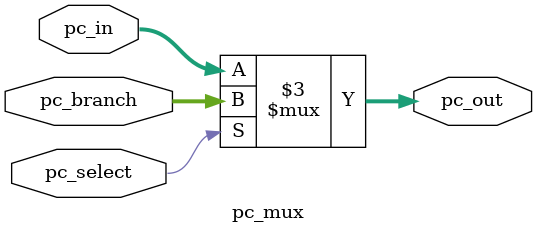
<source format=v>
`timescale 1ns / 1ps


module pc_mux(
    input [31:0] pc_in,       
    input [31:0] pc_branch,   
    input pc_select,          
    output reg[31:0] pc_out  
);
   always @(*) begin
        if (pc_select) begin
            pc_out = pc_branch;  
        end else begin
            pc_out = pc_in;      
        end
    end

endmodule

</source>
